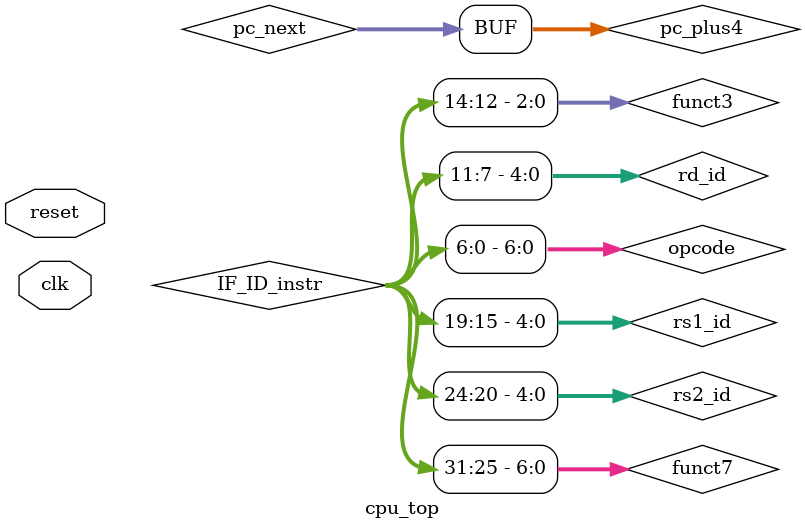
<source format=v>
`timescale 1ns/1ps
module cpu_top(
    input  wire clk,
    input  wire reset
);
    // IF
    wire [31:0] pc_curr, pc_next, pc_plus4, instruction;
    program_counter PC(.clk(clk), .reset(reset), .pc_in(pc_next), .pc_out(pc_curr));
    assign pc_plus4 = pc_curr + 4;
    instruction_memory IM(.addr(pc_curr), .instruction(instruction));

    // IF/ID
    wire [31:0] IF_ID_pc, IF_ID_instr;
    if_id IF_ID(.clk(clk), .reset(reset), .pc_in(pc_plus4), .instruction_in(instruction),
                .pc_out(IF_ID_pc), .instruction_out(IF_ID_instr));

    // ID signals
    wire [6:0] opcode = IF_ID_instr[6:0];
    wire [4:0] rd_id  = IF_ID_instr[11:7];
    wire [2:0] funct3 = IF_ID_instr[14:12];
    wire [4:0] rs1_id = IF_ID_instr[19:15];
    wire [4:0] rs2_id = IF_ID_instr[24:20];
    wire [6:0] funct7 = IF_ID_instr[31:25];

    // Control and ID units
    wire branch, mem_read, mem_to_reg, mem_write, alu_src, reg_write;
    wire [1:0] alu_op;
    control_unit CTRL(.opcode(opcode), .branch(branch), .mem_read(mem_read), .mem_to_reg(mem_to_reg),
                      .alu_op(alu_op), .mem_write(mem_write), .alu_src(alu_src), .reg_write(reg_write));

    // Register file
    // write-back signals from MEM/WB (declared below)
    wire [31:0] write_back_data;
    wire [4:0] mem_wb_rd;
    wire mem_wb_reg_write, mem_wb_mem_to_reg;
    wire [31:0] rf_rd1, rf_rd2;
    register_file RF(.clk(clk), .reset(reset), .reg_write(mem_wb_reg_write),
                     .rs1(rs1_id), .rs2(rs2_id), .rd(mem_wb_rd), .write_data(write_back_data),
                     .rd1(rf_rd1), .rd2(rf_rd2));

    // Immediate
    wire [31:0] imm_out;
    imm_gen IMM(.instruction(IF_ID_instr), .imm_out(imm_out));

    // ID/EX
    wire [31:0] ID_EX_rd1, ID_EX_rd2, ID_EX_imm;
    wire [4:0] ID_EX_rs1, ID_EX_rs2, ID_EX_rd;
    wire [2:0] ID_EX_f3; wire [6:0] ID_EX_f7;
    wire [1:0] ID_EX_alu_op;
    wire ID_EX_mem_read, ID_EX_mem_write, ID_EX_mem_to_reg, ID_EX_alu_src, ID_EX_reg_write;
    id_ex IDEX(.clk(clk), .reset(reset),
               .rd1_in(rf_rd1), .rd2_in(rf_rd2), .imm_in(imm_out),
               .rs1_in(rs1_id), .rs2_in(rs2_id), .rd_in(rd_id),
               .funct3_in(funct3), .funct7_in(funct7),
               .alu_op_in(alu_op),
               .mem_read_in(mem_read), .mem_write_in(mem_write),
               .mem_to_reg_in(mem_to_reg), .alu_src_in(alu_src), .reg_write_in(reg_write),
               .rd1_out(ID_EX_rd1), .rd2_out(ID_EX_rd2), .imm_out(ID_EX_imm),
               .rs1_out(ID_EX_rs1), .rs2_out(ID_EX_rs2), .rd_out(ID_EX_rd),
               .funct3_out(ID_EX_f3), .funct7_out(ID_EX_f7),
               .alu_op_out(ID_EX_alu_op),
               .mem_read_out(ID_EX_mem_read), .mem_write_out(ID_EX_mem_write),
               .mem_to_reg_out(ID_EX_mem_to_reg), .alu_src_out(ID_EX_alu_src), .reg_write_out(ID_EX_reg_write));

    // EX: ALU control + ALU
    wire [3:0] alu_ctrl;
    alu_control ALUCTRL(.alu_op(ID_EX_alu_op), .funct3(ID_EX_f3), .funct7(ID_EX_f7), .alu_ctrl(alu_ctrl));
    wire [31:0] alu_b = (ID_EX_alu_src) ? ID_EX_imm : ID_EX_rd2;
    wire [31:0] alu_result;
    wire alu_zero;
    alu ALU_U(.a(ID_EX_rd1), .b(alu_b), .alu_ctrl(alu_ctrl), .result(alu_result), .zero(alu_zero));

    // EX/MEM pipeline
    wire [31:0] EX_MEM_alu_result, EX_MEM_rd2;
    wire [4:0]  EX_MEM_rd;
    wire EX_MEM_mem_read, EX_MEM_mem_write, EX_MEM_reg_write, EX_MEM_mem_to_reg;
    ex_mem EXMEM(.clk(clk), .reset(reset),
                 .alu_result_in(alu_result), .rd2_in(ID_EX_rd2), .rd_in(ID_EX_rd),
                 .mem_read_in(ID_EX_mem_read), .mem_write_in(ID_EX_mem_write),
                 .reg_write_in(ID_EX_reg_write), .mem_to_reg_in(ID_EX_mem_to_reg),
                 .alu_result_out(EX_MEM_alu_result), .rd2_out(EX_MEM_rd2), .rd_out(EX_MEM_rd),
                 .mem_read_out(EX_MEM_mem_read), .mem_write_out(EX_MEM_mem_write),
                 .reg_write_out(EX_MEM_reg_write), .mem_to_reg_out(EX_MEM_mem_to_reg));

    // MEM
    wire [31:0] mem_read_data;
    data_memory DM(.clk(clk), .mem_read(EX_MEM_mem_read), .mem_write(EX_MEM_mem_write),
                   .addr(EX_MEM_alu_result), .write_data(EX_MEM_rd2), .read_data(mem_read_data));

    // MEM/WB
    wire [31:0] MEM_WB_mem_data, MEM_WB_alu_result;
    wire [4:0]  MEM_WB_rd;
    wire MEM_WB_reg_write, MEM_WB_mem_to_reg;
    mem_wb MEMWB(.clk(clk), .reset(reset),
                 .mem_data_in(mem_read_data),
                 .alu_result_in(EX_MEM_alu_result),
                 .rd_in(EX_MEM_rd),
                 .reg_write_in(EX_MEM_reg_write),
                 .mem_to_reg_in(EX_MEM_mem_to_reg),
                 .mem_data_out(MEM_WB_mem_data),
                 .alu_result_out(MEM_WB_alu_result),
                 .rd_out(MEM_WB_rd),
                 .reg_write_out(MEM_WB_reg_write),
                 .mem_to_reg_out(MEM_WB_mem_to_reg));

    // Write-back mux
    assign write_back_data = (MEM_WB_mem_to_reg) ? MEM_WB_mem_data : MEM_WB_alu_result;

    // expose MEM/WB signals to register file logic
    assign mem_wb_rd = MEM_WB_rd;
    assign mem_wb_reg_write = MEM_WB_reg_write;
    assign mem_wb_mem_to_reg = MEM_WB_mem_to_reg;

    // Next PC selection (simple: PC + 4, branch ignored for now)
    assign pc_next = pc_plus4;

endmodule
</source>
